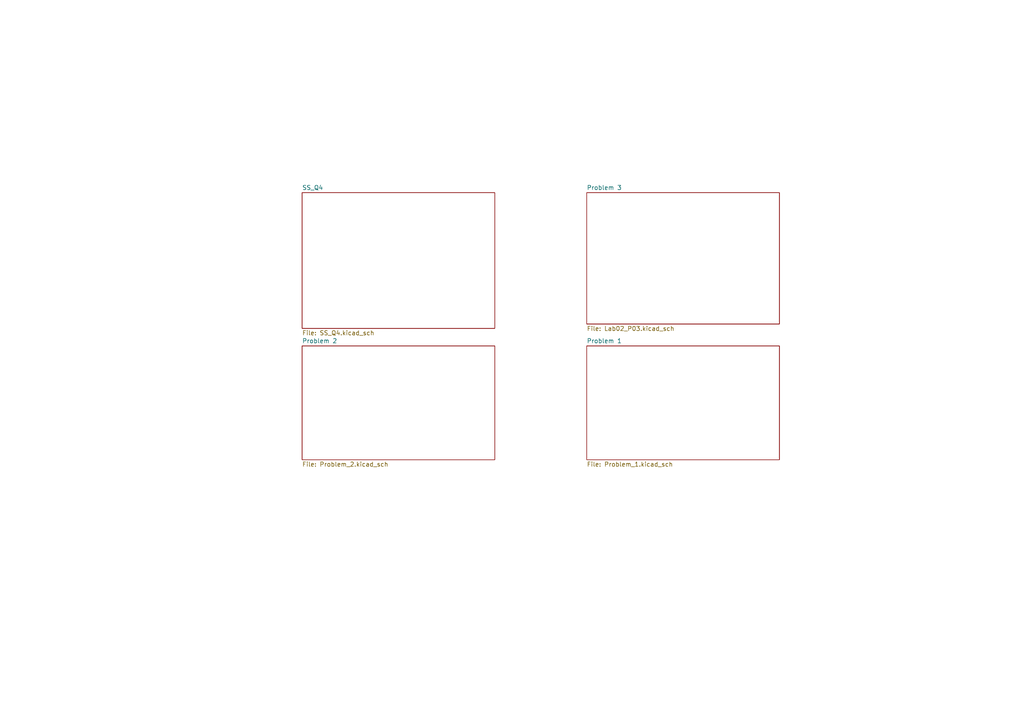
<source format=kicad_sch>
(kicad_sch (version 20230121) (generator eeschema)
  (paper "A4")
  (lib_symbols)
  (sheet (at 87.63 55.88) (size 55.88 39.37) (stroke (width 0.1524))
    (property "Sheetname" "SS_Q4" (at 87.63 55.1684 0) (effects (justify left bottom)))
    (property "Sheetfile" "SS_Q4.kicad_sch" (at 87.63 95.8346 0) (effects (justify left top)))
  )
  (sheet (at 170.18 55.88) (size 55.88 38.1) (stroke (width 0.1524))
    (property "Sheetname" "Problem 3" (at 170.18 55.1684 0) (effects (justify left bottom)))
    (property "Sheetfile" "Lab02_P03.kicad_sch" (at 170.18 94.5646 0) (effects (justify left top)))
  )
  (sheet (at 170.18 100.33) (size 55.88 33.02) (stroke (width 0.1524))
    (property "Sheetname" "Problem 1" (at 170.18 99.6184 0) (effects (justify left bottom)))
    (property "Sheetfile" "Problem_1.kicad_sch" (at 170.18 133.9346 0) (effects (justify left top)))
  )
  (sheet (at 87.63 100.33) (size 55.88 33.02) (stroke (width 0.1524))
    (property "Sheetname" "Problem 2" (at 87.63 99.6184 0) (effects (justify left bottom)))
    (property "Sheetfile" "Problem_2.kicad_sch" (at 87.63 133.9346 0) (effects (justify left top)))
  )
)
</source>
